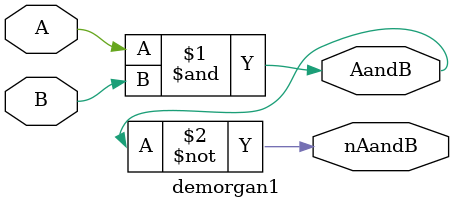
<source format=v>
module demorgan1
(
	 
	input A, // single bit inputs
	input B,
	output AandB, // output intermediate complemented inputs
	output nAandB // single bit output

);

	wire AandB;
	wire nAandB;
	and andgate1(AandB, A, B);
	not ABinv(nAandB, AandB);


endmodule
</source>
